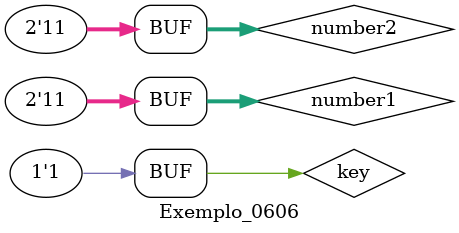
<source format=v>

module mux2inputs(input [1:0] inputArray, input key, output selectedInput);

    assign selectedInput = inputArray[key];

endmodule

// if key = 0, operation is number1 EQUALS number2
// if key = 1, operation is number1 NOT_EQUALS number2
module equals_or_not_equals_checker(input [1:0] number1, input [1:0] number2, input key, output equals_or_not_equals_result);

    wire not_digit0_of_number1, not_digit1_of_number1;
    wire not_digit0_of_number2, not_digit1_of_number2;
	
	not not11(not_digit0_of_number1, number1[0]);
	not not21(not_digit1_of_number1, number1[1]);
	not not12(not_digit0_of_number2, number2[0]);
	not not22(not_digit1_of_number2, number2[1]);
	
	wire and1_result, and2_result, and3_result, and4_result;
	
	and and1(and1_result, not_digit0_of_number1, not_digit1_of_number1, not_digit0_of_number2, not_digit1_of_number2);
	and and2(and2_result, not_digit0_of_number1, number1[1], not_digit0_of_number2, number2[1]);
	and and3(and3_result, number1[0], number1[1], number2[0], number2[1]);
	and and4(and4_result, number1[0], not_digit1_of_number1, number2[0], not_digit1_of_number2);
	
	wire equals_result, not_equals_result;
	// esta porta or fornece o valor logico da igualdade entre os numeros
	or equals(equals_result, and1_result, and2_result, and3_result, and4_result);
	not not_equals(not_equals_result, equals_result);
	
	mux2inputs mux2( { not_equals_result, equals_result }, key, equals_or_not_equals_result );

endmodule

module Exemplo_0606;

	// ------------------------- data definition
	reg [1:0] number1;
	reg [1:0] number2;
	reg key;
	wire equals_or_not_equals_result;
	
	equals_or_not_equals_checker equals_or_not_equals_checker1(number1, number2, key, equals_or_not_equals_result);
	
	// ------------------------- main part
	initial
	begin : main
		$display("");
		$display("Exemplo_0606 - Axell Brendow - 631822");
		$display("");
		$display("key = 0  -->  equals is used");
		$display("key = 1  -->  not_equals is used");
		$display("");
		
		// projecting module tests
		$monitor("(%2b, %2b) = %b", number1, number2, equals_or_not_equals_result);
		
		$display("\nfor key = 0\n");
		   number1 = 2'b00; number2 = 2'b00; key = 0;
		#1                  number2 = 2'b01;
		#1                  number2 = 2'b10;
		#1                  number2 = 2'b11;
		
		#1 $display("");
		   number1 = 2'b01; number2 = 2'b00; key = 0;
		#1                  number2 = 2'b01;
		#1                  number2 = 2'b10;
		#1                  number2 = 2'b11;
		
		#1 $display("");
		   number1 = 2'b10; number2 = 2'b00; key = 0;
		#1                  number2 = 2'b01;
		#1                  number2 = 2'b10;
		#1                  number2 = 2'b11;
		
		#1 $display("");
		   number1 = 2'b11; number2 = 2'b00; key = 0;
		#1                  number2 = 2'b01;
		#1                  number2 = 2'b10;
		#1                  number2 = 2'b11;
		
		#1 $display("\n-----------------------\n");
		$display("\nfor key = 1\n");
		   number1 = 2'b00; number2 = 2'b00; key = 1;
		#1                  number2 = 2'b01;
		#1                  number2 = 2'b10;
		#1                  number2 = 2'b11;
		
		#1 $display("");
		   number1 = 2'b01; number2 = 2'b00; key = 1;
		#1                  number2 = 2'b01;
		#1                  number2 = 2'b10;
		#1                  number2 = 2'b11;
		
		#1 $display("");
		   number1 = 2'b10; number2 = 2'b00; key = 1;
		#1                  number2 = 2'b01;
		#1                  number2 = 2'b10;
		#1                  number2 = 2'b11;
		
		#1 $display("");
		   number1 = 2'b11; number2 = 2'b00; key = 1;
		#1                  number2 = 2'b01;
		#1                  number2 = 2'b10;
		#1                  number2 = 2'b11;
	end
	
endmodule
</source>
